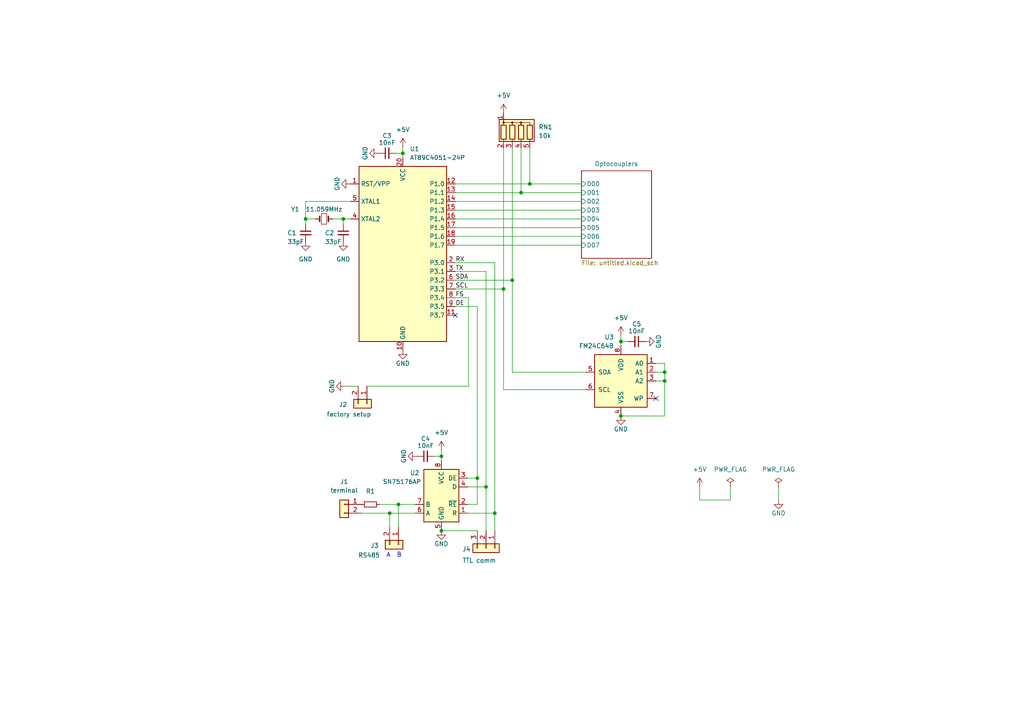
<source format=kicad_sch>
(kicad_sch (version 20211123) (generator eeschema)
  (paper "A4")
  (lib_symbols
    (symbol "Connector_Generic:Conn_01x02" (pin_names (offset 1.016) hide)
      (property "Reference" "J" (at 0 2.54 0))
      (property "Value" "Conn_01x02" (at 0 -5.08 0))
      (symbol "Conn_01x02_1_1"
        (rectangle (start -1.27 -2.413) (end 0 -2.667) (stroke (width 0.1524)))
        (rectangle (start -1.27 0.127) (end 0 -0.127) (stroke (width 0.1524)))
        (rectangle (start -1.27 1.27) (end 1.27 -3.81) (stroke (width 0.254)) (fill (type background)))
        (pin passive line (at -5.08 0 0) (length 3.81) (name "Pin_1") (number "1"))
        (pin passive line (at -5.08 -2.54 0) (length 3.81) (name "Pin_2") (number "2"))
      )
    )
    (symbol "Connector_Generic:Conn_01x03" (pin_names (offset 1.016) hide)
      (property "Reference" "J" (at 0 5.08 0))
      (property "Value" "Conn_01x03" (at 0 -5.08 0))
      (symbol "Conn_01x03_1_1"
        (rectangle (start -1.27 -2.413) (end 0 -2.667) (stroke (width 0.1524)))
        (rectangle (start -1.27 0.127) (end 0 -0.127) (stroke (width 0.1524)))
        (rectangle (start -1.27 2.667) (end 0 2.413) (stroke (width 0.1524)))
        (rectangle (start -1.27 3.81) (end 1.27 -3.81) (stroke (width 0.254)) (fill (type background)))
        (pin passive line (at -5.08 2.54 0) (length 3.81) (name "Pin_1") (number "1"))
        (pin passive line (at -5.08 0 0) (length 3.81) (name "Pin_2") (number "2"))
        (pin passive line (at -5.08 -2.54 0) (length 3.81) (name "Pin_3") (number "3"))
      )
    )
    (symbol "Device:C_Small" (pin_numbers hide) (pin_names (offset 0.254) hide)
      (property "Reference" "C" (at 0.254 1.778 0))
      (property "Value" "C_Small" (at 0.254 -2.032 0))
      (symbol "C_Small_0_1"
        (polyline (pts (xy -1.524 -0.508) (xy 1.524 -0.508)) (stroke (width 0.3302)))
        (polyline (pts (xy -1.524 0.508) (xy 1.524 0.508)) (stroke (width 0.3048)))
      )
      (symbol "C_Small_1_1"
        (pin passive line (at 0 2.54 270) (length 2.032) (name "~") (number "1"))
        (pin passive line (at 0 -2.54 90) (length 2.032) (name "~") (number "2"))
      )
    )
    (symbol "Device:Crystal_Small" (pin_numbers hide) (pin_names (offset 1.016) hide)
      (property "Reference" "Y" (at 0 2.54 0))
      (property "Value" "Crystal_Small" (at 0 -2.54 0))
      (symbol "Crystal_Small_0_1"
        (rectangle (start -0.762 -1.524) (end 0.762 1.524))
        (polyline (pts (xy -1.27 -0.762) (xy -1.27 0.762)) (stroke (width 0.381)))
        (polyline (pts (xy 1.27 -0.762) (xy 1.27 0.762)) (stroke (width 0.381)))
      )
      (symbol "Crystal_Small_1_1"
        (pin passive line (at -2.54 0 0) (length 1.27) (name "1") (number "1"))
        (pin passive line (at 2.54 0 180) (length 1.27) (name "2") (number "2"))
      )
    )
    (symbol "Device:R_Network04" (pin_names (offset 0) hide)
      (property "Reference" "RN" (at -7.62 0 90))
      (property "Value" "R_Network04" (at 5.08 0 90))
      (symbol "R_Network04_0_1"
        (rectangle (start -6.35 -3.175) (end 3.81 3.175) (stroke (width 0.254)) (fill (type background)))
        (rectangle (start -5.842 1.524) (end -4.318 -2.54) (stroke (width 0.254)))
        (circle (center -5.08 2.286) (radius 0.254) (fill (type outline)))
        (rectangle (start -3.302 1.524) (end -1.778 -2.54) (stroke (width 0.254)))
        (circle (center -2.54 2.286) (radius 0.254) (fill (type outline)))
        (rectangle (start -0.762 1.524) (end 0.762 -2.54) (stroke (width 0.254)))
        (polyline (pts (xy -5.08 -2.54) (xy -5.08 -3.81)))
        (polyline (pts (xy -2.54 -2.54) (xy -2.54 -3.81)))
        (polyline (pts (xy 0 -2.54) (xy 0 -3.81)))
        (polyline (pts (xy 2.54 -2.54) (xy 2.54 -3.81)))
        (polyline (pts (xy -5.08 1.524) (xy -5.08 2.286) (xy -2.54 2.286) (xy -2.54 1.524)))
        (polyline (pts (xy -2.54 1.524) (xy -2.54 2.286) (xy 0 2.286) (xy 0 1.524)))
        (polyline (pts (xy 0 1.524) (xy 0 2.286) (xy 2.54 2.286) (xy 2.54 1.524)))
        (circle (center 0 2.286) (radius 0.254) (fill (type outline)))
        (rectangle (start 1.778 1.524) (end 3.302 -2.54) (stroke (width 0.254)))
      )
      (symbol "R_Network04_1_1"
        (pin passive line (at -5.08 5.08 270) (length 2.54) (name "common") (number "1"))
        (pin passive line (at -5.08 -5.08 90) (length 1.27) (name "R1") (number "2"))
        (pin passive line (at -2.54 -5.08 90) (length 1.27) (name "R2") (number "3"))
        (pin passive line (at 0 -5.08 90) (length 1.27) (name "R3") (number "4"))
        (pin passive line (at 2.54 -5.08 90) (length 1.27) (name "R4") (number "5"))
      )
    )
    (symbol "Device:R_Small" (pin_numbers hide) (pin_names (offset 0.254) hide)
      (property "Reference" "R" (at 0.762 0.508 0))
      (property "Value" "R_Small" (at 0.762 -1.016 0))
      (symbol "R_Small_0_1"
        (rectangle (start -0.762 1.778) (end 0.762 -1.778) (stroke (width 0.2032)))
      )
      (symbol "R_Small_1_1"
        (pin passive line (at 0 2.54 270) (length 0.762) (name "~") (number "1"))
        (pin passive line (at 0 -2.54 90) (length 0.762) (name "~") (number "2"))
      )
    )
    (symbol "Interface_UART:SN75176AP"
      (property "Reference" "U" (at -4.318 8.89 0))
      (property "Value" "SN75176AP" (at 1.016 8.89 0))
      (symbol "SN75176AP_0_1"
        (rectangle (start -5.08 7.62) (end 5.08 -7.62) (stroke (width 0.254)) (fill (type background)))
      )
      (symbol "SN75176AP_1_1"
        (pin output line (at -7.62 -5.08 0) (length 2.54) (name "R") (number "1"))
        (pin input line (at -7.62 -2.54 0) (length 2.54) (name "~{RE}") (number "2"))
        (pin input line (at -7.62 5.08 0) (length 2.54) (name "DE") (number "3"))
        (pin input line (at -7.62 2.54 0) (length 2.54) (name "D") (number "4"))
        (pin power_in line (at 0 -10.16 90) (length 2.54) (name "GND") (number "5"))
        (pin bidirectional line (at 7.62 -5.08 180) (length 2.54) (name "A") (number "6"))
        (pin bidirectional line (at 7.62 -2.54 180) (length 2.54) (name "B") (number "7"))
        (pin power_in line (at 0 10.16 270) (length 2.54) (name "VCC") (number "8"))
      )
    )
    (symbol "MCU_Microchip_8051:AT89C4051-24P"
      (property "Reference" "U" (at -12.7 26.67 0))
      (property "Value" "AT89C4051-24P" (at 2.54 -26.67 0))
      (symbol "AT89C4051-24P_0_1"
        (rectangle (start -12.7 -25.4) (end 12.7 25.4) (stroke (width 0.254)) (fill (type background)))
      )
      (symbol "AT89C4051-24P_1_1"
        (pin input line (at -15.24 20.32 0) (length 2.54) (name "RST/VPP") (number "1"))
        (pin power_in line (at 0 -27.94 90) (length 2.54) (name "GND") (number "10"))
        (pin bidirectional line (at 15.24 -17.78 180) (length 2.54) (name "P3.7") (number "11"))
        (pin bidirectional line (at 15.24 20.32 180) (length 2.54) (name "P1.0") (number "12"))
        (pin bidirectional line (at 15.24 17.78 180) (length 2.54) (name "P1.1") (number "13"))
        (pin bidirectional line (at 15.24 15.24 180) (length 2.54) (name "P1.2") (number "14"))
        (pin bidirectional line (at 15.24 12.7 180) (length 2.54) (name "P1.3") (number "15"))
        (pin bidirectional line (at 15.24 10.16 180) (length 2.54) (name "P1.4") (number "16"))
        (pin bidirectional line (at 15.24 7.62 180) (length 2.54) (name "P1.5") (number "17"))
        (pin bidirectional line (at 15.24 5.08 180) (length 2.54) (name "P1.6") (number "18"))
        (pin bidirectional line (at 15.24 2.54 180) (length 2.54) (name "P1.7") (number "19"))
        (pin bidirectional line (at 15.24 -2.54 180) (length 2.54) (name "P3.0") (number "2"))
        (pin power_in line (at 0 27.94 270) (length 2.54) (name "VCC") (number "20"))
        (pin bidirectional line (at 15.24 -5.08 180) (length 2.54) (name "P3.1") (number "3"))
        (pin output line (at -15.24 10.16 0) (length 2.54) (name "XTAL2") (number "4"))
        (pin input line (at -15.24 15.24 0) (length 2.54) (name "XTAL1") (number "5"))
        (pin bidirectional line (at 15.24 -7.62 180) (length 2.54) (name "P3.2") (number "6"))
        (pin bidirectional line (at 15.24 -10.16 180) (length 2.54) (name "P3.3") (number "7"))
        (pin bidirectional line (at 15.24 -12.7 180) (length 2.54) (name "P3.4") (number "8"))
        (pin bidirectional line (at 15.24 -15.24 180) (length 2.54) (name "P3.5") (number "9"))
      )
    )
    (symbol "Memory_NVRAM:FM24C64B" (pin_names (offset 1.016))
      (property "Reference" "U" (at -5.08 8.89 0))
      (property "Value" "FM24C64B" (at 6.35 -8.89 0))
      (symbol "FM24C64B_0_1"
        (rectangle (start -7.62 7.62) (end 7.62 -7.62) (stroke (width 0.254)) (fill (type background)))
      )
      (symbol "FM24C64B_1_1"
        (pin input line (at -10.16 5.08 0) (length 2.54) (name "A0") (number "1"))
        (pin input line (at -10.16 2.54 0) (length 2.54) (name "A1") (number "2"))
        (pin input line (at -10.16 0 0) (length 2.54) (name "A2") (number "3"))
        (pin power_in line (at 0 -10.16 90) (length 2.54) (name "VSS") (number "4"))
        (pin bidirectional line (at 10.16 2.54 180) (length 2.54) (name "SDA") (number "5"))
        (pin input line (at 10.16 -2.54 180) (length 2.54) (name "SCL") (number "6"))
        (pin input line (at -10.16 -5.08 0) (length 2.54) (name "WP") (number "7"))
        (pin power_in line (at 0 10.16 270) (length 2.54) (name "VDD") (number "8"))
      )
    )
    (symbol "power:+5V" (power) (pin_names (offset 0))
      (property "Value" "+5V" (at 0 3.556 0))
      (symbol "+5V_0_1"
        (polyline (pts (xy -0.762 1.27) (xy 0 2.54)))
        (polyline (pts (xy 0 0) (xy 0 2.54)))
        (polyline (pts (xy 0 2.54) (xy 0.762 1.27)))
      )
      (symbol "+5V_1_1"
        (pin power_in line (at 0 0 90) (length 0) hide (name "+5V") (number "1"))
      )
    )
    (symbol "power:GND" (power) (pin_names (offset 0))
      (property "Value" "GND" (at 0 -3.81 0))
      (symbol "GND_0_1"
        (polyline (pts (xy 0 0) (xy 0 -1.27) (xy 1.27 -1.27) (xy 0 -2.54) (xy -1.27 -1.27) (xy 0 -1.27)))
      )
      (symbol "GND_1_1"
        (pin power_in line (at 0 0 270) (length 0) hide (name "GND") (number "1"))
      )
    )
    (symbol "power:PWR_FLAG" (power) (pin_numbers hide) (pin_names (offset 0) hide)
      (property "Value" "PWR_FLAG" (at 0 3.81 0))
      (symbol "PWR_FLAG_0_0"
        (pin power_out line (at 0 0 90) (length 0) (name "pwr") (number "1"))
      )
      (symbol "PWR_FLAG_0_1"
        (polyline (pts (xy 0 0) (xy 0 1.27) (xy -1.016 1.905) (xy 0 2.54) (xy 1.016 1.905) (xy 0 1.27)))
      )
    )
  )
  (junction (at 146.05 83.82))
  (junction (at 99.568 63.5))
  (junction (at 128.016 153.924))
  (junction (at 138.43 138.684))
  (junction (at 143.51 148.844))
  (junction (at 151.13 55.88))
  (junction (at 115.57 146.304))
  (junction (at 128.016 132.334))
  (junction (at 192.786 110.49))
  (junction (at 113.03 148.844))
  (junction (at 180.086 99.06))
  (junction (at 153.67 53.34))
  (junction (at 180.086 120.65))
  (junction (at 148.59 81.28))
  (junction (at 140.97 141.224))
  (junction (at 88.646 63.5))
  (junction (at 116.84 44.45))
  (junction (at 192.786 107.95))
  (no_connect (at 132.08 91.44))
  (no_connect (at 190.246 115.57))
  (wire (pts (xy 146.05 42.926) (xy 146.05 83.82)))
  (wire (pts (xy 192.786 110.49) (xy 190.246 110.49)))
  (wire (pts (xy 180.086 120.65) (xy 192.786 120.65)))
  (wire (pts (xy 128.016 132.334) (xy 128.016 133.604)))
  (wire (pts (xy 132.08 60.96) (xy 168.656 60.96)))
  (wire (pts (xy 202.946 141.224) (xy 202.946 145.034)))
  (wire (pts (xy 151.13 55.88) (xy 168.656 55.88)))
  (wire (pts (xy 132.08 71.12) (xy 168.656 71.12)))
  (wire (pts (xy 115.57 146.304) (xy 120.396 146.304)))
  (wire (pts (xy 128.016 153.924) (xy 138.43 153.924)))
  (wire (pts (xy 132.08 88.9) (xy 138.43 88.9)))
  (wire (pts (xy 192.786 107.95) (xy 190.246 107.95)))
  (wire (pts (xy 143.51 148.844) (xy 143.51 153.924)))
  (wire (pts (xy 104.902 148.844) (xy 113.03 148.844)))
  (wire (pts (xy 140.97 78.74) (xy 140.97 141.224)))
  (wire (pts (xy 96.52 63.5) (xy 99.568 63.5)))
  (wire (pts (xy 125.984 132.334) (xy 128.016 132.334)))
  (wire (pts (xy 190.246 105.41) (xy 192.786 105.41)))
  (wire (pts (xy 116.84 44.45) (xy 116.84 45.72)))
  (wire (pts (xy 180.086 97.282) (xy 180.086 99.06)))
  (wire (pts (xy 148.59 42.926) (xy 148.59 81.28)))
  (wire (pts (xy 132.08 86.36) (xy 135.89 86.36)))
  (wire (pts (xy 113.03 148.844) (xy 120.396 148.844)))
  (wire (pts (xy 180.086 99.06) (xy 180.086 100.33)))
  (wire (pts (xy 143.51 148.844) (xy 135.636 148.844)))
  (wire (pts (xy 99.568 63.5) (xy 101.6 63.5)))
  (wire (pts (xy 99.568 63.5) (xy 99.568 65.024)))
  (wire (pts (xy 116.84 42.672) (xy 116.84 44.45)))
  (wire (pts (xy 182.118 99.06) (xy 180.086 99.06)))
  (wire (pts (xy 153.67 53.34) (xy 168.656 53.34)))
  (wire (pts (xy 148.59 107.95) (xy 169.926 107.95)))
  (wire (pts (xy 101.6 58.42) (xy 88.646 58.42)))
  (wire (pts (xy 132.08 58.42) (xy 168.656 58.42)))
  (wire (pts (xy 106.426 112.014) (xy 135.89 112.014)))
  (wire (pts (xy 146.05 113.03) (xy 169.926 113.03)))
  (wire (pts (xy 135.636 138.684) (xy 138.43 138.684)))
  (wire (pts (xy 113.03 148.844) (xy 113.03 152.908)))
  (wire (pts (xy 202.946 145.034) (xy 211.836 145.034)))
  (wire (pts (xy 132.08 55.88) (xy 151.13 55.88)))
  (wire (pts (xy 114.808 44.45) (xy 116.84 44.45)))
  (wire (pts (xy 148.59 81.28) (xy 148.59 107.95)))
  (wire (pts (xy 140.97 141.224) (xy 140.97 153.924)))
  (wire (pts (xy 153.67 42.926) (xy 153.67 53.34)))
  (wire (pts (xy 100.076 112.014) (xy 103.886 112.014)))
  (wire (pts (xy 132.08 76.2) (xy 143.51 76.2)))
  (wire (pts (xy 138.43 88.9) (xy 138.43 138.684)))
  (wire (pts (xy 225.806 141.224) (xy 225.806 145.034)))
  (wire (pts (xy 146.05 83.82) (xy 146.05 113.03)))
  (wire (pts (xy 128.016 130.556) (xy 128.016 132.334)))
  (wire (pts (xy 132.08 63.5) (xy 168.656 63.5)))
  (wire (pts (xy 192.786 107.95) (xy 192.786 110.49)))
  (wire (pts (xy 132.08 78.74) (xy 140.97 78.74)))
  (wire (pts (xy 143.51 76.2) (xy 143.51 148.844)))
  (wire (pts (xy 88.646 63.5) (xy 88.646 65.024)))
  (wire (pts (xy 109.982 146.304) (xy 115.57 146.304)))
  (wire (pts (xy 132.08 66.04) (xy 168.656 66.04)))
  (wire (pts (xy 88.646 58.42) (xy 88.646 63.5)))
  (wire (pts (xy 192.786 105.41) (xy 192.786 107.95)))
  (wire (pts (xy 151.13 42.926) (xy 151.13 55.88)))
  (wire (pts (xy 115.57 146.304) (xy 115.57 152.908)))
  (wire (pts (xy 138.43 138.684) (xy 138.43 146.304)))
  (wire (pts (xy 138.43 146.304) (xy 135.636 146.304)))
  (wire (pts (xy 91.44 63.5) (xy 88.646 63.5)))
  (wire (pts (xy 211.836 145.034) (xy 211.836 141.224)))
  (wire (pts (xy 135.89 86.36) (xy 135.89 112.014)))
  (wire (pts (xy 132.08 83.82) (xy 146.05 83.82)))
  (wire (pts (xy 192.786 120.65) (xy 192.786 110.49)))
  (wire (pts (xy 132.08 81.28) (xy 148.59 81.28)))
  (wire (pts (xy 132.08 53.34) (xy 153.67 53.34)))
  (wire (pts (xy 140.97 141.224) (xy 135.636 141.224)))
  (wire (pts (xy 132.08 68.58) (xy 168.656 68.58)))
  (text "A  B" (at 112.014 161.798 0) (effects (font (size 1.27 1.27)) (justify left bottom)))
  (label "TX" (at 132.08 78.74 0))
  (label "DE" (at 132.08 88.9 0))
  (label "FS" (at 132.08 86.36 0))
  (label "RX" (at 132.08 76.2 0))
  (label "SCL" (at 132.08 83.82 0))
  (label "SDA" (at 132.08 81.28 0))
  (symbol (lib_id "power:GND") (at 187.198 99.06 90) (mirror x) (unit 1)
    (property "Reference" "#PWR014" (effects hide))
    (property "Value" "GND" (at 191.008 99.06 0))
  )
  (symbol (lib_id "power:GND") (at 101.6 53.34 270) (unit 1)
    (property "Reference" "#PWR04" (effects hide))
    (property "Value" "GND" (at 97.79 53.34 0))
  )
  (symbol (lib_id "Device:C_Small") (at 123.444 132.334 90) (unit 1)
    (property "Reference" "C4" (at 123.4377 127.254 90))
    (property "Value" "10nF" (at 123.444 129.286 90))
  )
  (symbol (lib_id "power:PWR_FLAG") (at 211.836 141.224 0) (unit 1)
    (property "Reference" "#FLG01" (effects hide))
    (property "Value" "PWR_FLAG" (at 211.836 136.144 0))
  )
  (symbol (lib_id "Device:C_Small") (at 99.568 67.564 0) (unit 1)
    (property "Reference" "C2" (at 94.234 67.564 0) (effects (justify left)))
    (property "Value" "33pF" (at 94.234 70.104 0) (effects (justify left)))
  )
  (symbol (lib_id "power:GND") (at 109.728 44.45 270) (unit 1)
    (property "Reference" "#PWR05" (effects hide))
    (property "Value" "GND" (at 105.918 44.45 0))
  )
  (symbol (lib_id "Memory_NVRAM:FM24C64B") (at 180.086 110.49 0) (mirror y) (unit 1)
    (property "Reference" "U3" (at 178.0666 97.79 0) (effects (justify left)))
    (property "Value" "FM24C64B" (at 178.0666 100.33 0) (effects (justify left)))
    (property "Footprint" "Package_SO:SOIC-8_3.9x4.9mm_P1.27mm" (effects hide))
    (property "Datasheet" "http://www.cypress.com/file/41651/download" (effects hide))
  )
  (symbol (lib_id "power:PWR_FLAG") (at 225.806 141.224 0) (unit 1)
    (property "Reference" "#FLG02" (effects hide))
    (property "Value" "PWR_FLAG" (at 225.806 136.144 0))
  )
  (symbol (lib_id "power:+5V") (at 146.05 32.766 0) (unit 1)
    (property "Reference" "#PWR011" (effects hide))
    (property "Value" "+5V" (at 146.05 27.686 0))
  )
  (symbol (lib_id "power:+5V") (at 128.016 130.556 0) (unit 1)
    (property "Reference" "#PWR09" (effects hide))
    (property "Value" "+5V" (at 128.016 125.476 0))
  )
  (symbol (lib_id "power:GND") (at 180.086 120.65 0) (mirror y) (unit 1)
    (property "Reference" "#PWR013" (effects hide))
    (property "Value" "GND" (at 180.086 124.46 0))
  )
  (symbol (lib_id "power:+5V") (at 202.946 141.224 0) (mirror y) (unit 1)
    (property "Reference" "#PWR015" (effects hide))
    (property "Value" "+5V" (at 202.946 136.144 0))
  )
  (symbol (lib_id "Device:R_Network04") (at 151.13 37.846 0) (unit 1)
    (property "Reference" "RN1" (at 156.21 36.8299 0) (effects (justify left)))
    (property "Value" "10k" (at 156.21 39.3699 0) (effects (justify left)))
    (property "Footprint" "Resistor_THT:R_Array_SIP5" (effects hide))
    (property "Datasheet" "http://www.vishay.com/docs/31509/csc.pdf" (effects hide))
  )
  (symbol (lib_id "Connector_Generic:Conn_01x03") (at 140.97 159.004 270) (unit 1)
    (property "Reference" "J4" (at 134.112 159.258 90) (effects (justify left)))
    (property "Value" "TTL comm" (at 134.112 162.56 90) (effects (justify left)))
  )
  (symbol (lib_id "Connector_Generic:Conn_01x02") (at 99.822 146.304 0) (mirror y) (unit 1)
    (property "Reference" "J1" (at 99.822 139.7 0))
    (property "Value" "terminal" (at 99.822 142.24 0))
  )
  (symbol (lib_id "Device:C_Small") (at 112.268 44.45 90) (unit 1)
    (property "Reference" "C3" (at 112.2617 39.37 90))
    (property "Value" "10nF" (at 112.268 41.402 90))
  )
  (symbol (lib_id "power:GND") (at 116.84 101.6 0) (unit 1)
    (property "Reference" "#PWR07" (effects hide))
    (property "Value" "GND" (at 116.84 105.41 0))
  )
  (symbol (lib_id "Device:R_Small") (at 107.442 146.304 90) (unit 1)
    (property "Reference" "R1" (at 107.442 142.494 90))
    (property "Value" "R_Small" (effects hide))
  )
  (symbol (lib_id "power:GND") (at 225.806 145.034 0) (mirror y) (unit 1)
    (property "Reference" "#PWR016" (effects hide))
    (property "Value" "GND" (at 225.806 148.844 0))
  )
  (symbol (lib_id "MCU_Microchip_8051:AT89C4051-24P") (at 116.84 73.66 0) (unit 1)
    (property "Reference" "U1" (at 118.8594 43.18 0) (effects (justify left)))
    (property "Value" "AT89C4051-24P" (at 118.8594 45.72 0) (effects (justify left)))
    (property "Footprint" "Package_DIP:DIP-20_W7.62mm" (effects hide))
    (property "Datasheet" "http://ww1.microchip.com/downloads/en/DeviceDoc/doc1001.pdf" (effects hide))
  )
  (symbol (lib_id "power:+5V") (at 180.086 97.282 0) (mirror y) (unit 1)
    (property "Reference" "#PWR012" (effects hide))
    (property "Value" "+5V" (at 180.086 92.202 0))
  )
  (symbol (lib_id "power:GND") (at 128.016 153.924 0) (unit 1)
    (property "Reference" "#PWR010" (effects hide))
    (property "Value" "GND" (at 128.016 157.734 0))
  )
  (symbol (lib_id "Device:Crystal_Small") (at 93.98 63.5 0) (unit 1)
    (property "Reference" "Y1" (at 85.598 60.706 0))
    (property "Value" "11.059MHz" (at 93.98 60.706 0))
  )
  (symbol (lib_id "Device:C_Small") (at 88.646 67.564 0) (unit 1)
    (property "Reference" "C1" (at 83.312 67.564 0) (effects (justify left)))
    (property "Value" "33pF" (at 83.312 70.104 0) (effects (justify left)))
  )
  (symbol (lib_id "power:+5V") (at 116.84 42.672 0) (unit 1)
    (property "Reference" "#PWR06" (effects hide))
    (property "Value" "+5V" (at 116.84 37.592 0))
  )
  (symbol (lib_id "Interface_UART:SN75176AP") (at 128.016 143.764 0) (mirror y) (unit 1)
    (property "Reference" "U2" (at 118.872 137.16 0) (effects (justify right)))
    (property "Value" "SN75176AP" (at 110.998 139.7 0) (effects (justify right)))
    (property "Footprint" "Package_DIP:DIP-8_W7.62mm" (effects hide))
    (property "Datasheet" "http://www.ti.com/lit/ds/symlink/sn75176a.pdf" (effects hide))
  )
  (symbol (lib_id "power:GND") (at 120.904 132.334 270) (unit 1)
    (property "Reference" "#PWR08" (effects hide))
    (property "Value" "GND" (at 117.094 132.334 0))
  )
  (symbol (lib_id "power:GND") (at 100.076 112.014 270) (unit 1)
    (property "Reference" "#PWR03" (effects hide))
    (property "Value" "GND" (at 96.266 112.014 0))
  )
  (symbol (lib_id "Device:C_Small") (at 184.658 99.06 270) (mirror x) (unit 1)
    (property "Reference" "C5" (at 184.6643 93.98 90))
    (property "Value" "10nF" (at 184.658 96.012 90))
  )
  (symbol (lib_id "power:GND") (at 99.568 70.104 0) (unit 1)
    (property "Reference" "#PWR02" (effects hide))
    (property "Value" "GND" (at 99.568 75.184 0))
  )
  (symbol (lib_id "Connector_Generic:Conn_01x02") (at 106.426 117.094 270) (unit 1)
    (property "Reference" "J2" (at 98.298 117.348 90) (effects (justify left)))
    (property "Value" "factory setup" (at 94.742 120.142 90) (effects (justify left)))
  )
  (symbol (lib_id "Connector_Generic:Conn_01x02") (at 115.57 157.988 270) (unit 1)
    (property "Reference" "J3" (at 107.442 158.242 90) (effects (justify left)))
    (property "Value" "RS485" (at 103.886 161.036 90) (effects (justify left)))
  )
  (symbol (lib_id "power:GND") (at 88.646 70.104 0) (unit 1)
    (property "Reference" "#PWR01" (effects hide))
    (property "Value" "GND" (at 88.646 75.184 0))
  )
  (sheet (at 168.656 49.53) (size 20.32 25.4) (stroke (width 0.1524))
    (property "Sheet name" "Optocouplers" (at 172.466 48.26 0) (effects (justify left bottom)))
    (property "Sheet file" "untitled.kicad_sch" (at 168.656 75.5146 0) (effects (justify left top)))
    (pin "D07" input (at 168.656 71.12 180))
    (pin "D00" input (at 168.656 53.34 180))
    (pin "D04" input (at 168.656 63.5 180))
    (pin "D05" input (at 168.656 66.04 180))
    (pin "D06" input (at 168.656 68.58 180))
    (pin "D02" input (at 168.656 58.42 180))
    (pin "D03" input (at 168.656 60.96 180))
    (pin "D01" input (at 168.656 55.88 180))
  )
)
</source>
